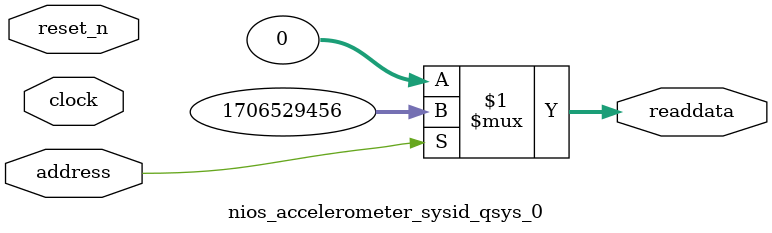
<source format=v>



// synthesis translate_off
`timescale 1ns / 1ps
// synthesis translate_on

// turn off superfluous verilog processor warnings 
// altera message_level Level1 
// altera message_off 10034 10035 10036 10037 10230 10240 10030 

module nios_accelerometer_sysid_qsys_0 (
               // inputs:
                address,
                clock,
                reset_n,

               // outputs:
                readdata
             )
;

  output  [ 31: 0] readdata;
  input            address;
  input            clock;
  input            reset_n;

  wire    [ 31: 0] readdata;
  //control_slave, which is an e_avalon_slave
  assign readdata = address ? 1706529456 : 0;

endmodule



</source>
